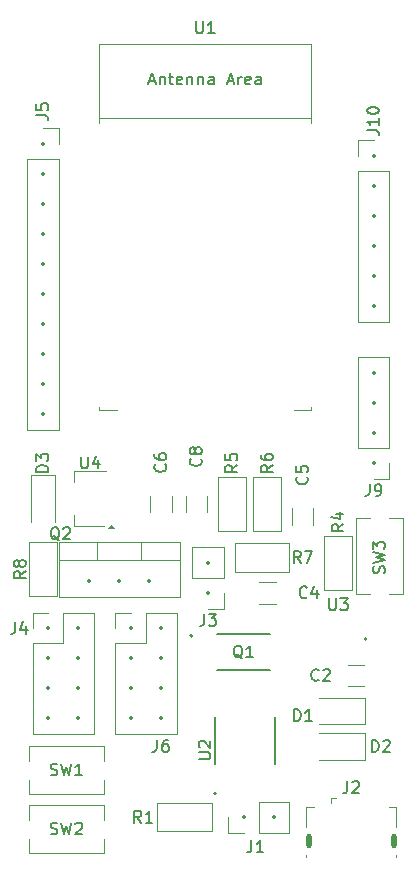
<source format=gto>
%TF.GenerationSoftware,KiCad,Pcbnew,8.0.1*%
%TF.CreationDate,2024-03-25T00:20:22-03:00*%
%TF.ProjectId,estacao_metereologica_lora,65737461-6361-46f5-9f6d-65746572656f,rev?*%
%TF.SameCoordinates,Original*%
%TF.FileFunction,Legend,Top*%
%TF.FilePolarity,Positive*%
%FSLAX46Y46*%
G04 Gerber Fmt 4.6, Leading zero omitted, Abs format (unit mm)*
G04 Created by KiCad (PCBNEW 8.0.1) date 2024-03-25 00:20:22*
%MOMM*%
%LPD*%
G01*
G04 APERTURE LIST*
%ADD10C,0.150000*%
%ADD11C,0.120000*%
%ADD12C,0.200000*%
%ADD13C,0.127000*%
%ADD14C,0.350000*%
%ADD15O,0.450000X1.250000*%
G04 APERTURE END LIST*
D10*
X116359580Y-85166666D02*
X116407200Y-85214285D01*
X116407200Y-85214285D02*
X116454819Y-85357142D01*
X116454819Y-85357142D02*
X116454819Y-85452380D01*
X116454819Y-85452380D02*
X116407200Y-85595237D01*
X116407200Y-85595237D02*
X116311961Y-85690475D01*
X116311961Y-85690475D02*
X116216723Y-85738094D01*
X116216723Y-85738094D02*
X116026247Y-85785713D01*
X116026247Y-85785713D02*
X115883390Y-85785713D01*
X115883390Y-85785713D02*
X115692914Y-85738094D01*
X115692914Y-85738094D02*
X115597676Y-85690475D01*
X115597676Y-85690475D02*
X115502438Y-85595237D01*
X115502438Y-85595237D02*
X115454819Y-85452380D01*
X115454819Y-85452380D02*
X115454819Y-85357142D01*
X115454819Y-85357142D02*
X115502438Y-85214285D01*
X115502438Y-85214285D02*
X115550057Y-85166666D01*
X115454819Y-84261904D02*
X115454819Y-84738094D01*
X115454819Y-84738094D02*
X115931009Y-84785713D01*
X115931009Y-84785713D02*
X115883390Y-84738094D01*
X115883390Y-84738094D02*
X115835771Y-84642856D01*
X115835771Y-84642856D02*
X115835771Y-84404761D01*
X115835771Y-84404761D02*
X115883390Y-84309523D01*
X115883390Y-84309523D02*
X115931009Y-84261904D01*
X115931009Y-84261904D02*
X116026247Y-84214285D01*
X116026247Y-84214285D02*
X116264342Y-84214285D01*
X116264342Y-84214285D02*
X116359580Y-84261904D01*
X116359580Y-84261904D02*
X116407200Y-84309523D01*
X116407200Y-84309523D02*
X116454819Y-84404761D01*
X116454819Y-84404761D02*
X116454819Y-84642856D01*
X116454819Y-84642856D02*
X116407200Y-84738094D01*
X116407200Y-84738094D02*
X116359580Y-84785713D01*
X110454819Y-84166666D02*
X109978628Y-84499999D01*
X110454819Y-84738094D02*
X109454819Y-84738094D01*
X109454819Y-84738094D02*
X109454819Y-84357142D01*
X109454819Y-84357142D02*
X109502438Y-84261904D01*
X109502438Y-84261904D02*
X109550057Y-84214285D01*
X109550057Y-84214285D02*
X109645295Y-84166666D01*
X109645295Y-84166666D02*
X109788152Y-84166666D01*
X109788152Y-84166666D02*
X109883390Y-84214285D01*
X109883390Y-84214285D02*
X109931009Y-84261904D01*
X109931009Y-84261904D02*
X109978628Y-84357142D01*
X109978628Y-84357142D02*
X109978628Y-84738094D01*
X109454819Y-83261904D02*
X109454819Y-83738094D01*
X109454819Y-83738094D02*
X109931009Y-83785713D01*
X109931009Y-83785713D02*
X109883390Y-83738094D01*
X109883390Y-83738094D02*
X109835771Y-83642856D01*
X109835771Y-83642856D02*
X109835771Y-83404761D01*
X109835771Y-83404761D02*
X109883390Y-83309523D01*
X109883390Y-83309523D02*
X109931009Y-83261904D01*
X109931009Y-83261904D02*
X110026247Y-83214285D01*
X110026247Y-83214285D02*
X110264342Y-83214285D01*
X110264342Y-83214285D02*
X110359580Y-83261904D01*
X110359580Y-83261904D02*
X110407200Y-83309523D01*
X110407200Y-83309523D02*
X110454819Y-83404761D01*
X110454819Y-83404761D02*
X110454819Y-83642856D01*
X110454819Y-83642856D02*
X110407200Y-83738094D01*
X110407200Y-83738094D02*
X110359580Y-83785713D01*
X94454819Y-84738094D02*
X93454819Y-84738094D01*
X93454819Y-84738094D02*
X93454819Y-84499999D01*
X93454819Y-84499999D02*
X93502438Y-84357142D01*
X93502438Y-84357142D02*
X93597676Y-84261904D01*
X93597676Y-84261904D02*
X93692914Y-84214285D01*
X93692914Y-84214285D02*
X93883390Y-84166666D01*
X93883390Y-84166666D02*
X94026247Y-84166666D01*
X94026247Y-84166666D02*
X94216723Y-84214285D01*
X94216723Y-84214285D02*
X94311961Y-84261904D01*
X94311961Y-84261904D02*
X94407200Y-84357142D01*
X94407200Y-84357142D02*
X94454819Y-84499999D01*
X94454819Y-84499999D02*
X94454819Y-84738094D01*
X93454819Y-83833332D02*
X93454819Y-83214285D01*
X93454819Y-83214285D02*
X93835771Y-83547618D01*
X93835771Y-83547618D02*
X93835771Y-83404761D01*
X93835771Y-83404761D02*
X93883390Y-83309523D01*
X93883390Y-83309523D02*
X93931009Y-83261904D01*
X93931009Y-83261904D02*
X94026247Y-83214285D01*
X94026247Y-83214285D02*
X94264342Y-83214285D01*
X94264342Y-83214285D02*
X94359580Y-83261904D01*
X94359580Y-83261904D02*
X94407200Y-83309523D01*
X94407200Y-83309523D02*
X94454819Y-83404761D01*
X94454819Y-83404761D02*
X94454819Y-83690475D01*
X94454819Y-83690475D02*
X94407200Y-83785713D01*
X94407200Y-83785713D02*
X94359580Y-83833332D01*
X121861905Y-108454819D02*
X121861905Y-107454819D01*
X121861905Y-107454819D02*
X122100000Y-107454819D01*
X122100000Y-107454819D02*
X122242857Y-107502438D01*
X122242857Y-107502438D02*
X122338095Y-107597676D01*
X122338095Y-107597676D02*
X122385714Y-107692914D01*
X122385714Y-107692914D02*
X122433333Y-107883390D01*
X122433333Y-107883390D02*
X122433333Y-108026247D01*
X122433333Y-108026247D02*
X122385714Y-108216723D01*
X122385714Y-108216723D02*
X122338095Y-108311961D01*
X122338095Y-108311961D02*
X122242857Y-108407200D01*
X122242857Y-108407200D02*
X122100000Y-108454819D01*
X122100000Y-108454819D02*
X121861905Y-108454819D01*
X122814286Y-107550057D02*
X122861905Y-107502438D01*
X122861905Y-107502438D02*
X122957143Y-107454819D01*
X122957143Y-107454819D02*
X123195238Y-107454819D01*
X123195238Y-107454819D02*
X123290476Y-107502438D01*
X123290476Y-107502438D02*
X123338095Y-107550057D01*
X123338095Y-107550057D02*
X123385714Y-107645295D01*
X123385714Y-107645295D02*
X123385714Y-107740533D01*
X123385714Y-107740533D02*
X123338095Y-107883390D01*
X123338095Y-107883390D02*
X122766667Y-108454819D01*
X122766667Y-108454819D02*
X123385714Y-108454819D01*
X102333333Y-114454819D02*
X102000000Y-113978628D01*
X101761905Y-114454819D02*
X101761905Y-113454819D01*
X101761905Y-113454819D02*
X102142857Y-113454819D01*
X102142857Y-113454819D02*
X102238095Y-113502438D01*
X102238095Y-113502438D02*
X102285714Y-113550057D01*
X102285714Y-113550057D02*
X102333333Y-113645295D01*
X102333333Y-113645295D02*
X102333333Y-113788152D01*
X102333333Y-113788152D02*
X102285714Y-113883390D01*
X102285714Y-113883390D02*
X102238095Y-113931009D01*
X102238095Y-113931009D02*
X102142857Y-113978628D01*
X102142857Y-113978628D02*
X101761905Y-113978628D01*
X103285714Y-114454819D02*
X102714286Y-114454819D01*
X103000000Y-114454819D02*
X103000000Y-113454819D01*
X103000000Y-113454819D02*
X102904762Y-113597676D01*
X102904762Y-113597676D02*
X102809524Y-113692914D01*
X102809524Y-113692914D02*
X102714286Y-113740533D01*
X111666666Y-115954819D02*
X111666666Y-116669104D01*
X111666666Y-116669104D02*
X111619047Y-116811961D01*
X111619047Y-116811961D02*
X111523809Y-116907200D01*
X111523809Y-116907200D02*
X111380952Y-116954819D01*
X111380952Y-116954819D02*
X111285714Y-116954819D01*
X112666666Y-116954819D02*
X112095238Y-116954819D01*
X112380952Y-116954819D02*
X112380952Y-115954819D01*
X112380952Y-115954819D02*
X112285714Y-116097676D01*
X112285714Y-116097676D02*
X112190476Y-116192914D01*
X112190476Y-116192914D02*
X112095238Y-116240533D01*
X97238095Y-83454819D02*
X97238095Y-84264342D01*
X97238095Y-84264342D02*
X97285714Y-84359580D01*
X97285714Y-84359580D02*
X97333333Y-84407200D01*
X97333333Y-84407200D02*
X97428571Y-84454819D01*
X97428571Y-84454819D02*
X97619047Y-84454819D01*
X97619047Y-84454819D02*
X97714285Y-84407200D01*
X97714285Y-84407200D02*
X97761904Y-84359580D01*
X97761904Y-84359580D02*
X97809523Y-84264342D01*
X97809523Y-84264342D02*
X97809523Y-83454819D01*
X98714285Y-83788152D02*
X98714285Y-84454819D01*
X98476190Y-83407200D02*
X98238095Y-84121485D01*
X98238095Y-84121485D02*
X98857142Y-84121485D01*
X119791666Y-110954819D02*
X119791666Y-111669104D01*
X119791666Y-111669104D02*
X119744047Y-111811961D01*
X119744047Y-111811961D02*
X119648809Y-111907200D01*
X119648809Y-111907200D02*
X119505952Y-111954819D01*
X119505952Y-111954819D02*
X119410714Y-111954819D01*
X120220238Y-111050057D02*
X120267857Y-111002438D01*
X120267857Y-111002438D02*
X120363095Y-110954819D01*
X120363095Y-110954819D02*
X120601190Y-110954819D01*
X120601190Y-110954819D02*
X120696428Y-111002438D01*
X120696428Y-111002438D02*
X120744047Y-111050057D01*
X120744047Y-111050057D02*
X120791666Y-111145295D01*
X120791666Y-111145295D02*
X120791666Y-111240533D01*
X120791666Y-111240533D02*
X120744047Y-111383390D01*
X120744047Y-111383390D02*
X120172619Y-111954819D01*
X120172619Y-111954819D02*
X120791666Y-111954819D01*
X104359580Y-84116666D02*
X104407200Y-84164285D01*
X104407200Y-84164285D02*
X104454819Y-84307142D01*
X104454819Y-84307142D02*
X104454819Y-84402380D01*
X104454819Y-84402380D02*
X104407200Y-84545237D01*
X104407200Y-84545237D02*
X104311961Y-84640475D01*
X104311961Y-84640475D02*
X104216723Y-84688094D01*
X104216723Y-84688094D02*
X104026247Y-84735713D01*
X104026247Y-84735713D02*
X103883390Y-84735713D01*
X103883390Y-84735713D02*
X103692914Y-84688094D01*
X103692914Y-84688094D02*
X103597676Y-84640475D01*
X103597676Y-84640475D02*
X103502438Y-84545237D01*
X103502438Y-84545237D02*
X103454819Y-84402380D01*
X103454819Y-84402380D02*
X103454819Y-84307142D01*
X103454819Y-84307142D02*
X103502438Y-84164285D01*
X103502438Y-84164285D02*
X103550057Y-84116666D01*
X103454819Y-83259523D02*
X103454819Y-83449999D01*
X103454819Y-83449999D02*
X103502438Y-83545237D01*
X103502438Y-83545237D02*
X103550057Y-83592856D01*
X103550057Y-83592856D02*
X103692914Y-83688094D01*
X103692914Y-83688094D02*
X103883390Y-83735713D01*
X103883390Y-83735713D02*
X104264342Y-83735713D01*
X104264342Y-83735713D02*
X104359580Y-83688094D01*
X104359580Y-83688094D02*
X104407200Y-83640475D01*
X104407200Y-83640475D02*
X104454819Y-83545237D01*
X104454819Y-83545237D02*
X104454819Y-83354761D01*
X104454819Y-83354761D02*
X104407200Y-83259523D01*
X104407200Y-83259523D02*
X104359580Y-83211904D01*
X104359580Y-83211904D02*
X104264342Y-83164285D01*
X104264342Y-83164285D02*
X104026247Y-83164285D01*
X104026247Y-83164285D02*
X103931009Y-83211904D01*
X103931009Y-83211904D02*
X103883390Y-83259523D01*
X103883390Y-83259523D02*
X103835771Y-83354761D01*
X103835771Y-83354761D02*
X103835771Y-83545237D01*
X103835771Y-83545237D02*
X103883390Y-83640475D01*
X103883390Y-83640475D02*
X103931009Y-83688094D01*
X103931009Y-83688094D02*
X104026247Y-83735713D01*
X117358333Y-102359580D02*
X117310714Y-102407200D01*
X117310714Y-102407200D02*
X117167857Y-102454819D01*
X117167857Y-102454819D02*
X117072619Y-102454819D01*
X117072619Y-102454819D02*
X116929762Y-102407200D01*
X116929762Y-102407200D02*
X116834524Y-102311961D01*
X116834524Y-102311961D02*
X116786905Y-102216723D01*
X116786905Y-102216723D02*
X116739286Y-102026247D01*
X116739286Y-102026247D02*
X116739286Y-101883390D01*
X116739286Y-101883390D02*
X116786905Y-101692914D01*
X116786905Y-101692914D02*
X116834524Y-101597676D01*
X116834524Y-101597676D02*
X116929762Y-101502438D01*
X116929762Y-101502438D02*
X117072619Y-101454819D01*
X117072619Y-101454819D02*
X117167857Y-101454819D01*
X117167857Y-101454819D02*
X117310714Y-101502438D01*
X117310714Y-101502438D02*
X117358333Y-101550057D01*
X117739286Y-101550057D02*
X117786905Y-101502438D01*
X117786905Y-101502438D02*
X117882143Y-101454819D01*
X117882143Y-101454819D02*
X118120238Y-101454819D01*
X118120238Y-101454819D02*
X118215476Y-101502438D01*
X118215476Y-101502438D02*
X118263095Y-101550057D01*
X118263095Y-101550057D02*
X118310714Y-101645295D01*
X118310714Y-101645295D02*
X118310714Y-101740533D01*
X118310714Y-101740533D02*
X118263095Y-101883390D01*
X118263095Y-101883390D02*
X117691667Y-102454819D01*
X117691667Y-102454819D02*
X118310714Y-102454819D01*
X95404761Y-90550057D02*
X95309523Y-90502438D01*
X95309523Y-90502438D02*
X95214285Y-90407200D01*
X95214285Y-90407200D02*
X95071428Y-90264342D01*
X95071428Y-90264342D02*
X94976190Y-90216723D01*
X94976190Y-90216723D02*
X94880952Y-90216723D01*
X94928571Y-90454819D02*
X94833333Y-90407200D01*
X94833333Y-90407200D02*
X94738095Y-90311961D01*
X94738095Y-90311961D02*
X94690476Y-90121485D01*
X94690476Y-90121485D02*
X94690476Y-89788152D01*
X94690476Y-89788152D02*
X94738095Y-89597676D01*
X94738095Y-89597676D02*
X94833333Y-89502438D01*
X94833333Y-89502438D02*
X94928571Y-89454819D01*
X94928571Y-89454819D02*
X95119047Y-89454819D01*
X95119047Y-89454819D02*
X95214285Y-89502438D01*
X95214285Y-89502438D02*
X95309523Y-89597676D01*
X95309523Y-89597676D02*
X95357142Y-89788152D01*
X95357142Y-89788152D02*
X95357142Y-90121485D01*
X95357142Y-90121485D02*
X95309523Y-90311961D01*
X95309523Y-90311961D02*
X95214285Y-90407200D01*
X95214285Y-90407200D02*
X95119047Y-90454819D01*
X95119047Y-90454819D02*
X94928571Y-90454819D01*
X95738095Y-89550057D02*
X95785714Y-89502438D01*
X95785714Y-89502438D02*
X95880952Y-89454819D01*
X95880952Y-89454819D02*
X96119047Y-89454819D01*
X96119047Y-89454819D02*
X96214285Y-89502438D01*
X96214285Y-89502438D02*
X96261904Y-89550057D01*
X96261904Y-89550057D02*
X96309523Y-89645295D01*
X96309523Y-89645295D02*
X96309523Y-89740533D01*
X96309523Y-89740533D02*
X96261904Y-89883390D01*
X96261904Y-89883390D02*
X95690476Y-90454819D01*
X95690476Y-90454819D02*
X96309523Y-90454819D01*
X107666666Y-96784819D02*
X107666666Y-97499104D01*
X107666666Y-97499104D02*
X107619047Y-97641961D01*
X107619047Y-97641961D02*
X107523809Y-97737200D01*
X107523809Y-97737200D02*
X107380952Y-97784819D01*
X107380952Y-97784819D02*
X107285714Y-97784819D01*
X108047619Y-96784819D02*
X108666666Y-96784819D01*
X108666666Y-96784819D02*
X108333333Y-97165771D01*
X108333333Y-97165771D02*
X108476190Y-97165771D01*
X108476190Y-97165771D02*
X108571428Y-97213390D01*
X108571428Y-97213390D02*
X108619047Y-97261009D01*
X108619047Y-97261009D02*
X108666666Y-97356247D01*
X108666666Y-97356247D02*
X108666666Y-97594342D01*
X108666666Y-97594342D02*
X108619047Y-97689580D01*
X108619047Y-97689580D02*
X108571428Y-97737200D01*
X108571428Y-97737200D02*
X108476190Y-97784819D01*
X108476190Y-97784819D02*
X108190476Y-97784819D01*
X108190476Y-97784819D02*
X108095238Y-97737200D01*
X108095238Y-97737200D02*
X108047619Y-97689580D01*
X94666667Y-110407200D02*
X94809524Y-110454819D01*
X94809524Y-110454819D02*
X95047619Y-110454819D01*
X95047619Y-110454819D02*
X95142857Y-110407200D01*
X95142857Y-110407200D02*
X95190476Y-110359580D01*
X95190476Y-110359580D02*
X95238095Y-110264342D01*
X95238095Y-110264342D02*
X95238095Y-110169104D01*
X95238095Y-110169104D02*
X95190476Y-110073866D01*
X95190476Y-110073866D02*
X95142857Y-110026247D01*
X95142857Y-110026247D02*
X95047619Y-109978628D01*
X95047619Y-109978628D02*
X94857143Y-109931009D01*
X94857143Y-109931009D02*
X94761905Y-109883390D01*
X94761905Y-109883390D02*
X94714286Y-109835771D01*
X94714286Y-109835771D02*
X94666667Y-109740533D01*
X94666667Y-109740533D02*
X94666667Y-109645295D01*
X94666667Y-109645295D02*
X94714286Y-109550057D01*
X94714286Y-109550057D02*
X94761905Y-109502438D01*
X94761905Y-109502438D02*
X94857143Y-109454819D01*
X94857143Y-109454819D02*
X95095238Y-109454819D01*
X95095238Y-109454819D02*
X95238095Y-109502438D01*
X95571429Y-109454819D02*
X95809524Y-110454819D01*
X95809524Y-110454819D02*
X96000000Y-109740533D01*
X96000000Y-109740533D02*
X96190476Y-110454819D01*
X96190476Y-110454819D02*
X96428572Y-109454819D01*
X97333333Y-110454819D02*
X96761905Y-110454819D01*
X97047619Y-110454819D02*
X97047619Y-109454819D01*
X97047619Y-109454819D02*
X96952381Y-109597676D01*
X96952381Y-109597676D02*
X96857143Y-109692914D01*
X96857143Y-109692914D02*
X96761905Y-109740533D01*
X118238095Y-95454819D02*
X118238095Y-96264342D01*
X118238095Y-96264342D02*
X118285714Y-96359580D01*
X118285714Y-96359580D02*
X118333333Y-96407200D01*
X118333333Y-96407200D02*
X118428571Y-96454819D01*
X118428571Y-96454819D02*
X118619047Y-96454819D01*
X118619047Y-96454819D02*
X118714285Y-96407200D01*
X118714285Y-96407200D02*
X118761904Y-96359580D01*
X118761904Y-96359580D02*
X118809523Y-96264342D01*
X118809523Y-96264342D02*
X118809523Y-95454819D01*
X119190476Y-95454819D02*
X119809523Y-95454819D01*
X119809523Y-95454819D02*
X119476190Y-95835771D01*
X119476190Y-95835771D02*
X119619047Y-95835771D01*
X119619047Y-95835771D02*
X119714285Y-95883390D01*
X119714285Y-95883390D02*
X119761904Y-95931009D01*
X119761904Y-95931009D02*
X119809523Y-96026247D01*
X119809523Y-96026247D02*
X119809523Y-96264342D01*
X119809523Y-96264342D02*
X119761904Y-96359580D01*
X119761904Y-96359580D02*
X119714285Y-96407200D01*
X119714285Y-96407200D02*
X119619047Y-96454819D01*
X119619047Y-96454819D02*
X119333333Y-96454819D01*
X119333333Y-96454819D02*
X119238095Y-96407200D01*
X119238095Y-96407200D02*
X119190476Y-96359580D01*
X107359580Y-83641666D02*
X107407200Y-83689285D01*
X107407200Y-83689285D02*
X107454819Y-83832142D01*
X107454819Y-83832142D02*
X107454819Y-83927380D01*
X107454819Y-83927380D02*
X107407200Y-84070237D01*
X107407200Y-84070237D02*
X107311961Y-84165475D01*
X107311961Y-84165475D02*
X107216723Y-84213094D01*
X107216723Y-84213094D02*
X107026247Y-84260713D01*
X107026247Y-84260713D02*
X106883390Y-84260713D01*
X106883390Y-84260713D02*
X106692914Y-84213094D01*
X106692914Y-84213094D02*
X106597676Y-84165475D01*
X106597676Y-84165475D02*
X106502438Y-84070237D01*
X106502438Y-84070237D02*
X106454819Y-83927380D01*
X106454819Y-83927380D02*
X106454819Y-83832142D01*
X106454819Y-83832142D02*
X106502438Y-83689285D01*
X106502438Y-83689285D02*
X106550057Y-83641666D01*
X106883390Y-83070237D02*
X106835771Y-83165475D01*
X106835771Y-83165475D02*
X106788152Y-83213094D01*
X106788152Y-83213094D02*
X106692914Y-83260713D01*
X106692914Y-83260713D02*
X106645295Y-83260713D01*
X106645295Y-83260713D02*
X106550057Y-83213094D01*
X106550057Y-83213094D02*
X106502438Y-83165475D01*
X106502438Y-83165475D02*
X106454819Y-83070237D01*
X106454819Y-83070237D02*
X106454819Y-82879761D01*
X106454819Y-82879761D02*
X106502438Y-82784523D01*
X106502438Y-82784523D02*
X106550057Y-82736904D01*
X106550057Y-82736904D02*
X106645295Y-82689285D01*
X106645295Y-82689285D02*
X106692914Y-82689285D01*
X106692914Y-82689285D02*
X106788152Y-82736904D01*
X106788152Y-82736904D02*
X106835771Y-82784523D01*
X106835771Y-82784523D02*
X106883390Y-82879761D01*
X106883390Y-82879761D02*
X106883390Y-83070237D01*
X106883390Y-83070237D02*
X106931009Y-83165475D01*
X106931009Y-83165475D02*
X106978628Y-83213094D01*
X106978628Y-83213094D02*
X107073866Y-83260713D01*
X107073866Y-83260713D02*
X107264342Y-83260713D01*
X107264342Y-83260713D02*
X107359580Y-83213094D01*
X107359580Y-83213094D02*
X107407200Y-83165475D01*
X107407200Y-83165475D02*
X107454819Y-83070237D01*
X107454819Y-83070237D02*
X107454819Y-82879761D01*
X107454819Y-82879761D02*
X107407200Y-82784523D01*
X107407200Y-82784523D02*
X107359580Y-82736904D01*
X107359580Y-82736904D02*
X107264342Y-82689285D01*
X107264342Y-82689285D02*
X107073866Y-82689285D01*
X107073866Y-82689285D02*
X106978628Y-82736904D01*
X106978628Y-82736904D02*
X106931009Y-82784523D01*
X106931009Y-82784523D02*
X106883390Y-82879761D01*
X93454819Y-54563333D02*
X94169104Y-54563333D01*
X94169104Y-54563333D02*
X94311961Y-54610952D01*
X94311961Y-54610952D02*
X94407200Y-54706190D01*
X94407200Y-54706190D02*
X94454819Y-54849047D01*
X94454819Y-54849047D02*
X94454819Y-54944285D01*
X93454819Y-53610952D02*
X93454819Y-54087142D01*
X93454819Y-54087142D02*
X93931009Y-54134761D01*
X93931009Y-54134761D02*
X93883390Y-54087142D01*
X93883390Y-54087142D02*
X93835771Y-53991904D01*
X93835771Y-53991904D02*
X93835771Y-53753809D01*
X93835771Y-53753809D02*
X93883390Y-53658571D01*
X93883390Y-53658571D02*
X93931009Y-53610952D01*
X93931009Y-53610952D02*
X94026247Y-53563333D01*
X94026247Y-53563333D02*
X94264342Y-53563333D01*
X94264342Y-53563333D02*
X94359580Y-53610952D01*
X94359580Y-53610952D02*
X94407200Y-53658571D01*
X94407200Y-53658571D02*
X94454819Y-53753809D01*
X94454819Y-53753809D02*
X94454819Y-53991904D01*
X94454819Y-53991904D02*
X94407200Y-54087142D01*
X94407200Y-54087142D02*
X94359580Y-54134761D01*
X115261905Y-105854819D02*
X115261905Y-104854819D01*
X115261905Y-104854819D02*
X115500000Y-104854819D01*
X115500000Y-104854819D02*
X115642857Y-104902438D01*
X115642857Y-104902438D02*
X115738095Y-104997676D01*
X115738095Y-104997676D02*
X115785714Y-105092914D01*
X115785714Y-105092914D02*
X115833333Y-105283390D01*
X115833333Y-105283390D02*
X115833333Y-105426247D01*
X115833333Y-105426247D02*
X115785714Y-105616723D01*
X115785714Y-105616723D02*
X115738095Y-105711961D01*
X115738095Y-105711961D02*
X115642857Y-105807200D01*
X115642857Y-105807200D02*
X115500000Y-105854819D01*
X115500000Y-105854819D02*
X115261905Y-105854819D01*
X116785714Y-105854819D02*
X116214286Y-105854819D01*
X116500000Y-105854819D02*
X116500000Y-104854819D01*
X116500000Y-104854819D02*
X116404762Y-104997676D01*
X116404762Y-104997676D02*
X116309524Y-105092914D01*
X116309524Y-105092914D02*
X116214286Y-105140533D01*
X116358333Y-95359580D02*
X116310714Y-95407200D01*
X116310714Y-95407200D02*
X116167857Y-95454819D01*
X116167857Y-95454819D02*
X116072619Y-95454819D01*
X116072619Y-95454819D02*
X115929762Y-95407200D01*
X115929762Y-95407200D02*
X115834524Y-95311961D01*
X115834524Y-95311961D02*
X115786905Y-95216723D01*
X115786905Y-95216723D02*
X115739286Y-95026247D01*
X115739286Y-95026247D02*
X115739286Y-94883390D01*
X115739286Y-94883390D02*
X115786905Y-94692914D01*
X115786905Y-94692914D02*
X115834524Y-94597676D01*
X115834524Y-94597676D02*
X115929762Y-94502438D01*
X115929762Y-94502438D02*
X116072619Y-94454819D01*
X116072619Y-94454819D02*
X116167857Y-94454819D01*
X116167857Y-94454819D02*
X116310714Y-94502438D01*
X116310714Y-94502438D02*
X116358333Y-94550057D01*
X117215476Y-94788152D02*
X117215476Y-95454819D01*
X116977381Y-94407200D02*
X116739286Y-95121485D01*
X116739286Y-95121485D02*
X117358333Y-95121485D01*
X107187819Y-109081904D02*
X107997342Y-109081904D01*
X107997342Y-109081904D02*
X108092580Y-109034285D01*
X108092580Y-109034285D02*
X108140200Y-108986666D01*
X108140200Y-108986666D02*
X108187819Y-108891428D01*
X108187819Y-108891428D02*
X108187819Y-108700952D01*
X108187819Y-108700952D02*
X108140200Y-108605714D01*
X108140200Y-108605714D02*
X108092580Y-108558095D01*
X108092580Y-108558095D02*
X107997342Y-108510476D01*
X107997342Y-108510476D02*
X107187819Y-108510476D01*
X107283057Y-108081904D02*
X107235438Y-108034285D01*
X107235438Y-108034285D02*
X107187819Y-107939047D01*
X107187819Y-107939047D02*
X107187819Y-107700952D01*
X107187819Y-107700952D02*
X107235438Y-107605714D01*
X107235438Y-107605714D02*
X107283057Y-107558095D01*
X107283057Y-107558095D02*
X107378295Y-107510476D01*
X107378295Y-107510476D02*
X107473533Y-107510476D01*
X107473533Y-107510476D02*
X107616390Y-107558095D01*
X107616390Y-107558095D02*
X108187819Y-108129523D01*
X108187819Y-108129523D02*
X108187819Y-107510476D01*
X110904761Y-100550057D02*
X110809523Y-100502438D01*
X110809523Y-100502438D02*
X110714285Y-100407200D01*
X110714285Y-100407200D02*
X110571428Y-100264342D01*
X110571428Y-100264342D02*
X110476190Y-100216723D01*
X110476190Y-100216723D02*
X110380952Y-100216723D01*
X110428571Y-100454819D02*
X110333333Y-100407200D01*
X110333333Y-100407200D02*
X110238095Y-100311961D01*
X110238095Y-100311961D02*
X110190476Y-100121485D01*
X110190476Y-100121485D02*
X110190476Y-99788152D01*
X110190476Y-99788152D02*
X110238095Y-99597676D01*
X110238095Y-99597676D02*
X110333333Y-99502438D01*
X110333333Y-99502438D02*
X110428571Y-99454819D01*
X110428571Y-99454819D02*
X110619047Y-99454819D01*
X110619047Y-99454819D02*
X110714285Y-99502438D01*
X110714285Y-99502438D02*
X110809523Y-99597676D01*
X110809523Y-99597676D02*
X110857142Y-99788152D01*
X110857142Y-99788152D02*
X110857142Y-100121485D01*
X110857142Y-100121485D02*
X110809523Y-100311961D01*
X110809523Y-100311961D02*
X110714285Y-100407200D01*
X110714285Y-100407200D02*
X110619047Y-100454819D01*
X110619047Y-100454819D02*
X110428571Y-100454819D01*
X111809523Y-100454819D02*
X111238095Y-100454819D01*
X111523809Y-100454819D02*
X111523809Y-99454819D01*
X111523809Y-99454819D02*
X111428571Y-99597676D01*
X111428571Y-99597676D02*
X111333333Y-99692914D01*
X111333333Y-99692914D02*
X111238095Y-99740533D01*
X103666666Y-107454819D02*
X103666666Y-108169104D01*
X103666666Y-108169104D02*
X103619047Y-108311961D01*
X103619047Y-108311961D02*
X103523809Y-108407200D01*
X103523809Y-108407200D02*
X103380952Y-108454819D01*
X103380952Y-108454819D02*
X103285714Y-108454819D01*
X104571428Y-107454819D02*
X104380952Y-107454819D01*
X104380952Y-107454819D02*
X104285714Y-107502438D01*
X104285714Y-107502438D02*
X104238095Y-107550057D01*
X104238095Y-107550057D02*
X104142857Y-107692914D01*
X104142857Y-107692914D02*
X104095238Y-107883390D01*
X104095238Y-107883390D02*
X104095238Y-108264342D01*
X104095238Y-108264342D02*
X104142857Y-108359580D01*
X104142857Y-108359580D02*
X104190476Y-108407200D01*
X104190476Y-108407200D02*
X104285714Y-108454819D01*
X104285714Y-108454819D02*
X104476190Y-108454819D01*
X104476190Y-108454819D02*
X104571428Y-108407200D01*
X104571428Y-108407200D02*
X104619047Y-108359580D01*
X104619047Y-108359580D02*
X104666666Y-108264342D01*
X104666666Y-108264342D02*
X104666666Y-108026247D01*
X104666666Y-108026247D02*
X104619047Y-107931009D01*
X104619047Y-107931009D02*
X104571428Y-107883390D01*
X104571428Y-107883390D02*
X104476190Y-107835771D01*
X104476190Y-107835771D02*
X104285714Y-107835771D01*
X104285714Y-107835771D02*
X104190476Y-107883390D01*
X104190476Y-107883390D02*
X104142857Y-107931009D01*
X104142857Y-107931009D02*
X104095238Y-108026247D01*
X113454819Y-84166666D02*
X112978628Y-84499999D01*
X113454819Y-84738094D02*
X112454819Y-84738094D01*
X112454819Y-84738094D02*
X112454819Y-84357142D01*
X112454819Y-84357142D02*
X112502438Y-84261904D01*
X112502438Y-84261904D02*
X112550057Y-84214285D01*
X112550057Y-84214285D02*
X112645295Y-84166666D01*
X112645295Y-84166666D02*
X112788152Y-84166666D01*
X112788152Y-84166666D02*
X112883390Y-84214285D01*
X112883390Y-84214285D02*
X112931009Y-84261904D01*
X112931009Y-84261904D02*
X112978628Y-84357142D01*
X112978628Y-84357142D02*
X112978628Y-84738094D01*
X112454819Y-83309523D02*
X112454819Y-83499999D01*
X112454819Y-83499999D02*
X112502438Y-83595237D01*
X112502438Y-83595237D02*
X112550057Y-83642856D01*
X112550057Y-83642856D02*
X112692914Y-83738094D01*
X112692914Y-83738094D02*
X112883390Y-83785713D01*
X112883390Y-83785713D02*
X113264342Y-83785713D01*
X113264342Y-83785713D02*
X113359580Y-83738094D01*
X113359580Y-83738094D02*
X113407200Y-83690475D01*
X113407200Y-83690475D02*
X113454819Y-83595237D01*
X113454819Y-83595237D02*
X113454819Y-83404761D01*
X113454819Y-83404761D02*
X113407200Y-83309523D01*
X113407200Y-83309523D02*
X113359580Y-83261904D01*
X113359580Y-83261904D02*
X113264342Y-83214285D01*
X113264342Y-83214285D02*
X113026247Y-83214285D01*
X113026247Y-83214285D02*
X112931009Y-83261904D01*
X112931009Y-83261904D02*
X112883390Y-83309523D01*
X112883390Y-83309523D02*
X112835771Y-83404761D01*
X112835771Y-83404761D02*
X112835771Y-83595237D01*
X112835771Y-83595237D02*
X112883390Y-83690475D01*
X112883390Y-83690475D02*
X112931009Y-83738094D01*
X112931009Y-83738094D02*
X113026247Y-83785713D01*
X121454819Y-55809523D02*
X122169104Y-55809523D01*
X122169104Y-55809523D02*
X122311961Y-55857142D01*
X122311961Y-55857142D02*
X122407200Y-55952380D01*
X122407200Y-55952380D02*
X122454819Y-56095237D01*
X122454819Y-56095237D02*
X122454819Y-56190475D01*
X122454819Y-54809523D02*
X122454819Y-55380951D01*
X122454819Y-55095237D02*
X121454819Y-55095237D01*
X121454819Y-55095237D02*
X121597676Y-55190475D01*
X121597676Y-55190475D02*
X121692914Y-55285713D01*
X121692914Y-55285713D02*
X121740533Y-55380951D01*
X121454819Y-54190475D02*
X121454819Y-54095237D01*
X121454819Y-54095237D02*
X121502438Y-53999999D01*
X121502438Y-53999999D02*
X121550057Y-53952380D01*
X121550057Y-53952380D02*
X121645295Y-53904761D01*
X121645295Y-53904761D02*
X121835771Y-53857142D01*
X121835771Y-53857142D02*
X122073866Y-53857142D01*
X122073866Y-53857142D02*
X122264342Y-53904761D01*
X122264342Y-53904761D02*
X122359580Y-53952380D01*
X122359580Y-53952380D02*
X122407200Y-53999999D01*
X122407200Y-53999999D02*
X122454819Y-54095237D01*
X122454819Y-54095237D02*
X122454819Y-54190475D01*
X122454819Y-54190475D02*
X122407200Y-54285713D01*
X122407200Y-54285713D02*
X122359580Y-54333332D01*
X122359580Y-54333332D02*
X122264342Y-54380951D01*
X122264342Y-54380951D02*
X122073866Y-54428570D01*
X122073866Y-54428570D02*
X121835771Y-54428570D01*
X121835771Y-54428570D02*
X121645295Y-54380951D01*
X121645295Y-54380951D02*
X121550057Y-54333332D01*
X121550057Y-54333332D02*
X121502438Y-54285713D01*
X121502438Y-54285713D02*
X121454819Y-54190475D01*
X122907200Y-93333332D02*
X122954819Y-93190475D01*
X122954819Y-93190475D02*
X122954819Y-92952380D01*
X122954819Y-92952380D02*
X122907200Y-92857142D01*
X122907200Y-92857142D02*
X122859580Y-92809523D01*
X122859580Y-92809523D02*
X122764342Y-92761904D01*
X122764342Y-92761904D02*
X122669104Y-92761904D01*
X122669104Y-92761904D02*
X122573866Y-92809523D01*
X122573866Y-92809523D02*
X122526247Y-92857142D01*
X122526247Y-92857142D02*
X122478628Y-92952380D01*
X122478628Y-92952380D02*
X122431009Y-93142856D01*
X122431009Y-93142856D02*
X122383390Y-93238094D01*
X122383390Y-93238094D02*
X122335771Y-93285713D01*
X122335771Y-93285713D02*
X122240533Y-93333332D01*
X122240533Y-93333332D02*
X122145295Y-93333332D01*
X122145295Y-93333332D02*
X122050057Y-93285713D01*
X122050057Y-93285713D02*
X122002438Y-93238094D01*
X122002438Y-93238094D02*
X121954819Y-93142856D01*
X121954819Y-93142856D02*
X121954819Y-92904761D01*
X121954819Y-92904761D02*
X122002438Y-92761904D01*
X121954819Y-92428570D02*
X122954819Y-92190475D01*
X122954819Y-92190475D02*
X122240533Y-91999999D01*
X122240533Y-91999999D02*
X122954819Y-91809523D01*
X122954819Y-91809523D02*
X121954819Y-91571428D01*
X121954819Y-91285713D02*
X121954819Y-90666666D01*
X121954819Y-90666666D02*
X122335771Y-90999999D01*
X122335771Y-90999999D02*
X122335771Y-90857142D01*
X122335771Y-90857142D02*
X122383390Y-90761904D01*
X122383390Y-90761904D02*
X122431009Y-90714285D01*
X122431009Y-90714285D02*
X122526247Y-90666666D01*
X122526247Y-90666666D02*
X122764342Y-90666666D01*
X122764342Y-90666666D02*
X122859580Y-90714285D01*
X122859580Y-90714285D02*
X122907200Y-90761904D01*
X122907200Y-90761904D02*
X122954819Y-90857142D01*
X122954819Y-90857142D02*
X122954819Y-91142856D01*
X122954819Y-91142856D02*
X122907200Y-91238094D01*
X122907200Y-91238094D02*
X122859580Y-91285713D01*
X106988095Y-46604819D02*
X106988095Y-47414342D01*
X106988095Y-47414342D02*
X107035714Y-47509580D01*
X107035714Y-47509580D02*
X107083333Y-47557200D01*
X107083333Y-47557200D02*
X107178571Y-47604819D01*
X107178571Y-47604819D02*
X107369047Y-47604819D01*
X107369047Y-47604819D02*
X107464285Y-47557200D01*
X107464285Y-47557200D02*
X107511904Y-47509580D01*
X107511904Y-47509580D02*
X107559523Y-47414342D01*
X107559523Y-47414342D02*
X107559523Y-46604819D01*
X108559523Y-47604819D02*
X107988095Y-47604819D01*
X108273809Y-47604819D02*
X108273809Y-46604819D01*
X108273809Y-46604819D02*
X108178571Y-46747676D01*
X108178571Y-46747676D02*
X108083333Y-46842914D01*
X108083333Y-46842914D02*
X107988095Y-46890533D01*
X102988094Y-51669104D02*
X103464284Y-51669104D01*
X102892856Y-51954819D02*
X103226189Y-50954819D01*
X103226189Y-50954819D02*
X103559522Y-51954819D01*
X103892856Y-51288152D02*
X103892856Y-51954819D01*
X103892856Y-51383390D02*
X103940475Y-51335771D01*
X103940475Y-51335771D02*
X104035713Y-51288152D01*
X104035713Y-51288152D02*
X104178570Y-51288152D01*
X104178570Y-51288152D02*
X104273808Y-51335771D01*
X104273808Y-51335771D02*
X104321427Y-51431009D01*
X104321427Y-51431009D02*
X104321427Y-51954819D01*
X104654761Y-51288152D02*
X105035713Y-51288152D01*
X104797618Y-50954819D02*
X104797618Y-51811961D01*
X104797618Y-51811961D02*
X104845237Y-51907200D01*
X104845237Y-51907200D02*
X104940475Y-51954819D01*
X104940475Y-51954819D02*
X105035713Y-51954819D01*
X105749999Y-51907200D02*
X105654761Y-51954819D01*
X105654761Y-51954819D02*
X105464285Y-51954819D01*
X105464285Y-51954819D02*
X105369047Y-51907200D01*
X105369047Y-51907200D02*
X105321428Y-51811961D01*
X105321428Y-51811961D02*
X105321428Y-51431009D01*
X105321428Y-51431009D02*
X105369047Y-51335771D01*
X105369047Y-51335771D02*
X105464285Y-51288152D01*
X105464285Y-51288152D02*
X105654761Y-51288152D01*
X105654761Y-51288152D02*
X105749999Y-51335771D01*
X105749999Y-51335771D02*
X105797618Y-51431009D01*
X105797618Y-51431009D02*
X105797618Y-51526247D01*
X105797618Y-51526247D02*
X105321428Y-51621485D01*
X106226190Y-51288152D02*
X106226190Y-51954819D01*
X106226190Y-51383390D02*
X106273809Y-51335771D01*
X106273809Y-51335771D02*
X106369047Y-51288152D01*
X106369047Y-51288152D02*
X106511904Y-51288152D01*
X106511904Y-51288152D02*
X106607142Y-51335771D01*
X106607142Y-51335771D02*
X106654761Y-51431009D01*
X106654761Y-51431009D02*
X106654761Y-51954819D01*
X107130952Y-51288152D02*
X107130952Y-51954819D01*
X107130952Y-51383390D02*
X107178571Y-51335771D01*
X107178571Y-51335771D02*
X107273809Y-51288152D01*
X107273809Y-51288152D02*
X107416666Y-51288152D01*
X107416666Y-51288152D02*
X107511904Y-51335771D01*
X107511904Y-51335771D02*
X107559523Y-51431009D01*
X107559523Y-51431009D02*
X107559523Y-51954819D01*
X108464285Y-51954819D02*
X108464285Y-51431009D01*
X108464285Y-51431009D02*
X108416666Y-51335771D01*
X108416666Y-51335771D02*
X108321428Y-51288152D01*
X108321428Y-51288152D02*
X108130952Y-51288152D01*
X108130952Y-51288152D02*
X108035714Y-51335771D01*
X108464285Y-51907200D02*
X108369047Y-51954819D01*
X108369047Y-51954819D02*
X108130952Y-51954819D01*
X108130952Y-51954819D02*
X108035714Y-51907200D01*
X108035714Y-51907200D02*
X107988095Y-51811961D01*
X107988095Y-51811961D02*
X107988095Y-51716723D01*
X107988095Y-51716723D02*
X108035714Y-51621485D01*
X108035714Y-51621485D02*
X108130952Y-51573866D01*
X108130952Y-51573866D02*
X108369047Y-51573866D01*
X108369047Y-51573866D02*
X108464285Y-51526247D01*
X109654762Y-51669104D02*
X110130952Y-51669104D01*
X109559524Y-51954819D02*
X109892857Y-50954819D01*
X109892857Y-50954819D02*
X110226190Y-51954819D01*
X110559524Y-51954819D02*
X110559524Y-51288152D01*
X110559524Y-51478628D02*
X110607143Y-51383390D01*
X110607143Y-51383390D02*
X110654762Y-51335771D01*
X110654762Y-51335771D02*
X110750000Y-51288152D01*
X110750000Y-51288152D02*
X110845238Y-51288152D01*
X111559524Y-51907200D02*
X111464286Y-51954819D01*
X111464286Y-51954819D02*
X111273810Y-51954819D01*
X111273810Y-51954819D02*
X111178572Y-51907200D01*
X111178572Y-51907200D02*
X111130953Y-51811961D01*
X111130953Y-51811961D02*
X111130953Y-51431009D01*
X111130953Y-51431009D02*
X111178572Y-51335771D01*
X111178572Y-51335771D02*
X111273810Y-51288152D01*
X111273810Y-51288152D02*
X111464286Y-51288152D01*
X111464286Y-51288152D02*
X111559524Y-51335771D01*
X111559524Y-51335771D02*
X111607143Y-51431009D01*
X111607143Y-51431009D02*
X111607143Y-51526247D01*
X111607143Y-51526247D02*
X111130953Y-51621485D01*
X112464286Y-51954819D02*
X112464286Y-51431009D01*
X112464286Y-51431009D02*
X112416667Y-51335771D01*
X112416667Y-51335771D02*
X112321429Y-51288152D01*
X112321429Y-51288152D02*
X112130953Y-51288152D01*
X112130953Y-51288152D02*
X112035715Y-51335771D01*
X112464286Y-51907200D02*
X112369048Y-51954819D01*
X112369048Y-51954819D02*
X112130953Y-51954819D01*
X112130953Y-51954819D02*
X112035715Y-51907200D01*
X112035715Y-51907200D02*
X111988096Y-51811961D01*
X111988096Y-51811961D02*
X111988096Y-51716723D01*
X111988096Y-51716723D02*
X112035715Y-51621485D01*
X112035715Y-51621485D02*
X112130953Y-51573866D01*
X112130953Y-51573866D02*
X112369048Y-51573866D01*
X112369048Y-51573866D02*
X112464286Y-51526247D01*
X92549819Y-93166666D02*
X92073628Y-93499999D01*
X92549819Y-93738094D02*
X91549819Y-93738094D01*
X91549819Y-93738094D02*
X91549819Y-93357142D01*
X91549819Y-93357142D02*
X91597438Y-93261904D01*
X91597438Y-93261904D02*
X91645057Y-93214285D01*
X91645057Y-93214285D02*
X91740295Y-93166666D01*
X91740295Y-93166666D02*
X91883152Y-93166666D01*
X91883152Y-93166666D02*
X91978390Y-93214285D01*
X91978390Y-93214285D02*
X92026009Y-93261904D01*
X92026009Y-93261904D02*
X92073628Y-93357142D01*
X92073628Y-93357142D02*
X92073628Y-93738094D01*
X91978390Y-92595237D02*
X91930771Y-92690475D01*
X91930771Y-92690475D02*
X91883152Y-92738094D01*
X91883152Y-92738094D02*
X91787914Y-92785713D01*
X91787914Y-92785713D02*
X91740295Y-92785713D01*
X91740295Y-92785713D02*
X91645057Y-92738094D01*
X91645057Y-92738094D02*
X91597438Y-92690475D01*
X91597438Y-92690475D02*
X91549819Y-92595237D01*
X91549819Y-92595237D02*
X91549819Y-92404761D01*
X91549819Y-92404761D02*
X91597438Y-92309523D01*
X91597438Y-92309523D02*
X91645057Y-92261904D01*
X91645057Y-92261904D02*
X91740295Y-92214285D01*
X91740295Y-92214285D02*
X91787914Y-92214285D01*
X91787914Y-92214285D02*
X91883152Y-92261904D01*
X91883152Y-92261904D02*
X91930771Y-92309523D01*
X91930771Y-92309523D02*
X91978390Y-92404761D01*
X91978390Y-92404761D02*
X91978390Y-92595237D01*
X91978390Y-92595237D02*
X92026009Y-92690475D01*
X92026009Y-92690475D02*
X92073628Y-92738094D01*
X92073628Y-92738094D02*
X92168866Y-92785713D01*
X92168866Y-92785713D02*
X92359342Y-92785713D01*
X92359342Y-92785713D02*
X92454580Y-92738094D01*
X92454580Y-92738094D02*
X92502200Y-92690475D01*
X92502200Y-92690475D02*
X92549819Y-92595237D01*
X92549819Y-92595237D02*
X92549819Y-92404761D01*
X92549819Y-92404761D02*
X92502200Y-92309523D01*
X92502200Y-92309523D02*
X92454580Y-92261904D01*
X92454580Y-92261904D02*
X92359342Y-92214285D01*
X92359342Y-92214285D02*
X92168866Y-92214285D01*
X92168866Y-92214285D02*
X92073628Y-92261904D01*
X92073628Y-92261904D02*
X92026009Y-92309523D01*
X92026009Y-92309523D02*
X91978390Y-92404761D01*
X91666666Y-97454819D02*
X91666666Y-98169104D01*
X91666666Y-98169104D02*
X91619047Y-98311961D01*
X91619047Y-98311961D02*
X91523809Y-98407200D01*
X91523809Y-98407200D02*
X91380952Y-98454819D01*
X91380952Y-98454819D02*
X91285714Y-98454819D01*
X92571428Y-97788152D02*
X92571428Y-98454819D01*
X92333333Y-97407200D02*
X92095238Y-98121485D01*
X92095238Y-98121485D02*
X92714285Y-98121485D01*
X115833333Y-92454819D02*
X115500000Y-91978628D01*
X115261905Y-92454819D02*
X115261905Y-91454819D01*
X115261905Y-91454819D02*
X115642857Y-91454819D01*
X115642857Y-91454819D02*
X115738095Y-91502438D01*
X115738095Y-91502438D02*
X115785714Y-91550057D01*
X115785714Y-91550057D02*
X115833333Y-91645295D01*
X115833333Y-91645295D02*
X115833333Y-91788152D01*
X115833333Y-91788152D02*
X115785714Y-91883390D01*
X115785714Y-91883390D02*
X115738095Y-91931009D01*
X115738095Y-91931009D02*
X115642857Y-91978628D01*
X115642857Y-91978628D02*
X115261905Y-91978628D01*
X116166667Y-91454819D02*
X116833333Y-91454819D01*
X116833333Y-91454819D02*
X116404762Y-92454819D01*
X119454819Y-89166666D02*
X118978628Y-89499999D01*
X119454819Y-89738094D02*
X118454819Y-89738094D01*
X118454819Y-89738094D02*
X118454819Y-89357142D01*
X118454819Y-89357142D02*
X118502438Y-89261904D01*
X118502438Y-89261904D02*
X118550057Y-89214285D01*
X118550057Y-89214285D02*
X118645295Y-89166666D01*
X118645295Y-89166666D02*
X118788152Y-89166666D01*
X118788152Y-89166666D02*
X118883390Y-89214285D01*
X118883390Y-89214285D02*
X118931009Y-89261904D01*
X118931009Y-89261904D02*
X118978628Y-89357142D01*
X118978628Y-89357142D02*
X118978628Y-89738094D01*
X118788152Y-88309523D02*
X119454819Y-88309523D01*
X118407200Y-88547618D02*
X119121485Y-88785713D01*
X119121485Y-88785713D02*
X119121485Y-88166666D01*
X94666667Y-115407200D02*
X94809524Y-115454819D01*
X94809524Y-115454819D02*
X95047619Y-115454819D01*
X95047619Y-115454819D02*
X95142857Y-115407200D01*
X95142857Y-115407200D02*
X95190476Y-115359580D01*
X95190476Y-115359580D02*
X95238095Y-115264342D01*
X95238095Y-115264342D02*
X95238095Y-115169104D01*
X95238095Y-115169104D02*
X95190476Y-115073866D01*
X95190476Y-115073866D02*
X95142857Y-115026247D01*
X95142857Y-115026247D02*
X95047619Y-114978628D01*
X95047619Y-114978628D02*
X94857143Y-114931009D01*
X94857143Y-114931009D02*
X94761905Y-114883390D01*
X94761905Y-114883390D02*
X94714286Y-114835771D01*
X94714286Y-114835771D02*
X94666667Y-114740533D01*
X94666667Y-114740533D02*
X94666667Y-114645295D01*
X94666667Y-114645295D02*
X94714286Y-114550057D01*
X94714286Y-114550057D02*
X94761905Y-114502438D01*
X94761905Y-114502438D02*
X94857143Y-114454819D01*
X94857143Y-114454819D02*
X95095238Y-114454819D01*
X95095238Y-114454819D02*
X95238095Y-114502438D01*
X95571429Y-114454819D02*
X95809524Y-115454819D01*
X95809524Y-115454819D02*
X96000000Y-114740533D01*
X96000000Y-114740533D02*
X96190476Y-115454819D01*
X96190476Y-115454819D02*
X96428572Y-114454819D01*
X96761905Y-114550057D02*
X96809524Y-114502438D01*
X96809524Y-114502438D02*
X96904762Y-114454819D01*
X96904762Y-114454819D02*
X97142857Y-114454819D01*
X97142857Y-114454819D02*
X97238095Y-114502438D01*
X97238095Y-114502438D02*
X97285714Y-114550057D01*
X97285714Y-114550057D02*
X97333333Y-114645295D01*
X97333333Y-114645295D02*
X97333333Y-114740533D01*
X97333333Y-114740533D02*
X97285714Y-114883390D01*
X97285714Y-114883390D02*
X96714286Y-115454819D01*
X96714286Y-115454819D02*
X97333333Y-115454819D01*
X121666666Y-85784819D02*
X121666666Y-86499104D01*
X121666666Y-86499104D02*
X121619047Y-86641961D01*
X121619047Y-86641961D02*
X121523809Y-86737200D01*
X121523809Y-86737200D02*
X121380952Y-86784819D01*
X121380952Y-86784819D02*
X121285714Y-86784819D01*
X122190476Y-86784819D02*
X122380952Y-86784819D01*
X122380952Y-86784819D02*
X122476190Y-86737200D01*
X122476190Y-86737200D02*
X122523809Y-86689580D01*
X122523809Y-86689580D02*
X122619047Y-86546723D01*
X122619047Y-86546723D02*
X122666666Y-86356247D01*
X122666666Y-86356247D02*
X122666666Y-85975295D01*
X122666666Y-85975295D02*
X122619047Y-85880057D01*
X122619047Y-85880057D02*
X122571428Y-85832438D01*
X122571428Y-85832438D02*
X122476190Y-85784819D01*
X122476190Y-85784819D02*
X122285714Y-85784819D01*
X122285714Y-85784819D02*
X122190476Y-85832438D01*
X122190476Y-85832438D02*
X122142857Y-85880057D01*
X122142857Y-85880057D02*
X122095238Y-85975295D01*
X122095238Y-85975295D02*
X122095238Y-86213390D01*
X122095238Y-86213390D02*
X122142857Y-86308628D01*
X122142857Y-86308628D02*
X122190476Y-86356247D01*
X122190476Y-86356247D02*
X122285714Y-86403866D01*
X122285714Y-86403866D02*
X122476190Y-86403866D01*
X122476190Y-86403866D02*
X122571428Y-86356247D01*
X122571428Y-86356247D02*
X122619047Y-86308628D01*
X122619047Y-86308628D02*
X122666666Y-86213390D01*
D11*
%TO.C,C5*%
X115090000Y-89236252D02*
X115090000Y-87813748D01*
X116910000Y-89236252D02*
X116910000Y-87813748D01*
%TO.C,R5*%
X108800000Y-85162500D02*
X108800000Y-89762500D01*
X108800000Y-89762500D02*
X111200000Y-89762500D01*
X111200000Y-85162500D02*
X108800000Y-85162500D01*
X111200000Y-89762500D02*
X111200000Y-85162500D01*
%TO.C,D3*%
X93000000Y-84990000D02*
X93000000Y-89000000D01*
X95000000Y-84990000D02*
X93000000Y-84990000D01*
X95000000Y-84990000D02*
X95000000Y-89000000D01*
%TO.C,D2*%
X117400000Y-109135000D02*
X121285000Y-109135000D01*
X121285000Y-106865000D02*
X117400000Y-106865000D01*
X121285000Y-109135000D02*
X121285000Y-106865000D01*
%TO.C,R1*%
X108300000Y-115200000D02*
X108300000Y-112800000D01*
X108300000Y-112800000D02*
X103700000Y-112800000D01*
X103700000Y-115200000D02*
X108300000Y-115200000D01*
X103700000Y-112800000D02*
X103700000Y-115200000D01*
%TO.C,J1*%
X109670000Y-115330000D02*
X109670000Y-114000000D01*
X111000000Y-115330000D02*
X109670000Y-115330000D01*
X112270000Y-112670000D02*
X114870000Y-112670000D01*
X112270000Y-115330000D02*
X112270000Y-112670000D01*
X112270000Y-115330000D02*
X114870000Y-115330000D01*
X114870000Y-115330000D02*
X114870000Y-112670000D01*
%TO.C,U4*%
X96640000Y-84640000D02*
X99360000Y-84640000D01*
X96640000Y-85620000D02*
X96640000Y-84640000D01*
X96640000Y-88380000D02*
X96640000Y-89360000D01*
X99220000Y-89360000D02*
X96640000Y-89360000D01*
X100010000Y-89540000D02*
X99530000Y-89540000D01*
X99770000Y-89210000D01*
X100010000Y-89540000D01*
G36*
X100010000Y-89540000D02*
G01*
X99530000Y-89540000D01*
X99770000Y-89210000D01*
X100010000Y-89540000D01*
G37*
%TO.C,J2*%
X116315000Y-113090000D02*
X116975000Y-113090000D01*
X116315000Y-114820000D02*
X116315000Y-113090000D01*
X116315000Y-117390000D02*
X116315000Y-117180000D01*
X118365000Y-112390000D02*
X118365000Y-112780000D01*
X118365000Y-112390000D02*
X118815000Y-112390000D01*
X123935000Y-113090000D02*
X123285000Y-113090000D01*
X123935000Y-114820000D02*
X123935000Y-113090000D01*
X123935000Y-117390000D02*
X123935000Y-117180000D01*
%TO.C,C6*%
X103090000Y-86763748D02*
X103090000Y-88186252D01*
X104910000Y-86763748D02*
X104910000Y-88186252D01*
%TO.C,C2*%
X119813748Y-101090000D02*
X121236252Y-101090000D01*
X119813748Y-102910000D02*
X121236252Y-102910000D01*
%TO.C,Q2*%
X95340000Y-90730000D02*
X95340000Y-95371000D01*
X95340000Y-90730000D02*
X105580000Y-90730000D01*
X95340000Y-92240000D02*
X105580000Y-92240000D01*
X95340000Y-95371000D02*
X105580000Y-95371000D01*
X98610000Y-90730000D02*
X98610000Y-92240000D01*
X102311000Y-90730000D02*
X102311000Y-92240000D01*
X105580000Y-90730000D02*
X105580000Y-95371000D01*
%TO.C,J3*%
X106670000Y-93730000D02*
X106670000Y-91130000D01*
X109330000Y-91130000D02*
X106670000Y-91130000D01*
X109330000Y-93730000D02*
X106670000Y-93730000D01*
X109330000Y-93730000D02*
X109330000Y-91130000D01*
X109330000Y-95000000D02*
X109330000Y-96330000D01*
X109330000Y-96330000D02*
X108000000Y-96330000D01*
%TO.C,SW1*%
X92800000Y-108000000D02*
X92800000Y-109200000D01*
X92800000Y-110800000D02*
X92800000Y-112000000D01*
X92800000Y-112000000D02*
X99200000Y-112000000D01*
X99200000Y-108000000D02*
X92800000Y-108000000D01*
X99200000Y-109200000D02*
X99200000Y-108000000D01*
X99200000Y-112000000D02*
X99200000Y-110800000D01*
D12*
%TO.C,U3*%
X121400000Y-98900000D02*
G75*
G02*
X121200000Y-98900000I-100000J0D01*
G01*
X121200000Y-98900000D02*
G75*
G02*
X121400000Y-98900000I100000J0D01*
G01*
D11*
%TO.C,C8*%
X106090000Y-86763748D02*
X106090000Y-88186252D01*
X107910000Y-86763748D02*
X107910000Y-88186252D01*
%TO.C,J5*%
X92670000Y-58270000D02*
X92670000Y-81190000D01*
X92670000Y-58270000D02*
X95330000Y-58270000D01*
X92670000Y-81190000D02*
X95330000Y-81190000D01*
X94000000Y-55670000D02*
X95330000Y-55670000D01*
X95330000Y-55670000D02*
X95330000Y-57000000D01*
X95330000Y-58270000D02*
X95330000Y-81190000D01*
%TO.C,D1*%
X117400000Y-106135000D02*
X121285000Y-106135000D01*
X121285000Y-103865000D02*
X117400000Y-103865000D01*
X121285000Y-106135000D02*
X121285000Y-103865000D01*
%TO.C,C4*%
X113711252Y-94090000D02*
X112288748Y-94090000D01*
X113711252Y-95910000D02*
X112288748Y-95910000D01*
D13*
%TO.C,U2*%
X108545000Y-109525000D02*
X108545000Y-105525000D01*
X113645000Y-109525000D02*
X113645000Y-105525000D01*
D12*
X108690000Y-111970000D02*
G75*
G02*
X108490000Y-111970000I-100000J0D01*
G01*
X108490000Y-111970000D02*
G75*
G02*
X108690000Y-111970000I100000J0D01*
G01*
D13*
%TO.C,Q1*%
X108750000Y-98485000D02*
X113250000Y-98485000D01*
X108750000Y-101515000D02*
X113250000Y-101515000D01*
D12*
X106660000Y-98625000D02*
G75*
G02*
X106460000Y-98625000I-100000J0D01*
G01*
X106460000Y-98625000D02*
G75*
G02*
X106660000Y-98625000I100000J0D01*
G01*
D11*
%TO.C,J6*%
X100130000Y-96670000D02*
X101460000Y-96670000D01*
X100130000Y-98000000D02*
X100130000Y-96670000D01*
X100130000Y-99270000D02*
X100130000Y-106950000D01*
X100130000Y-99270000D02*
X102730000Y-99270000D01*
X100130000Y-106950000D02*
X105330000Y-106950000D01*
X102730000Y-96670000D02*
X105330000Y-96670000D01*
X102730000Y-99270000D02*
X102730000Y-96670000D01*
X105330000Y-96670000D02*
X105330000Y-106950000D01*
%TO.C,R6*%
X111800000Y-85162500D02*
X111800000Y-89762500D01*
X111800000Y-89762500D02*
X114200000Y-89762500D01*
X114200000Y-85162500D02*
X111800000Y-85162500D01*
X114200000Y-89762500D02*
X114200000Y-85162500D01*
%TO.C,J10*%
X120670000Y-56670000D02*
X122000000Y-56670000D01*
X120670000Y-58000000D02*
X120670000Y-56670000D01*
X120670000Y-59270000D02*
X120670000Y-72030000D01*
X120670000Y-59270000D02*
X123330000Y-59270000D01*
X120670000Y-72030000D02*
X123330000Y-72030000D01*
X123330000Y-59270000D02*
X123330000Y-72030000D01*
%TO.C,SW3*%
X120500000Y-88675000D02*
X120500000Y-95075000D01*
X120500000Y-95075000D02*
X121700000Y-95075000D01*
X121700000Y-88675000D02*
X120500000Y-88675000D01*
X123300000Y-95075000D02*
X124500000Y-95075000D01*
X124500000Y-88675000D02*
X123300000Y-88675000D01*
X124500000Y-95075000D02*
X124500000Y-88675000D01*
%TO.C,U1*%
X98750000Y-48500000D02*
X98750000Y-55250000D01*
X98750000Y-48500000D02*
X116750000Y-48500000D01*
X98750000Y-79250000D02*
X98750000Y-79500000D01*
X98750000Y-79500000D02*
X100250000Y-79500000D01*
X116750000Y-54800000D02*
X98750000Y-54800000D01*
X116750000Y-55250000D02*
X116750000Y-48500000D01*
X116750000Y-79250000D02*
X116750000Y-79500000D01*
X116750000Y-79500000D02*
X115250000Y-79500000D01*
%TO.C,R8*%
X92800000Y-90700000D02*
X92800000Y-95300000D01*
X92800000Y-95300000D02*
X95200000Y-95300000D01*
X95200000Y-90700000D02*
X92800000Y-90700000D01*
X95200000Y-95300000D02*
X95200000Y-90700000D01*
%TO.C,J4*%
X93130000Y-96670000D02*
X94460000Y-96670000D01*
X93130000Y-98000000D02*
X93130000Y-96670000D01*
X93130000Y-99270000D02*
X93130000Y-106950000D01*
X93130000Y-99270000D02*
X95730000Y-99270000D01*
X93130000Y-106950000D02*
X98330000Y-106950000D01*
X95730000Y-96670000D02*
X98330000Y-96670000D01*
X95730000Y-99270000D02*
X95730000Y-96670000D01*
X98330000Y-96670000D02*
X98330000Y-106950000D01*
%TO.C,R7*%
X110237500Y-90800000D02*
X110237500Y-93200000D01*
X110237500Y-93200000D02*
X114837500Y-93200000D01*
X114837500Y-90800000D02*
X110237500Y-90800000D01*
X114837500Y-93200000D02*
X114837500Y-90800000D01*
%TO.C,R4*%
X117800000Y-90162500D02*
X117800000Y-94762500D01*
X117800000Y-94762500D02*
X120200000Y-94762500D01*
X120200000Y-90162500D02*
X117800000Y-90162500D01*
X120200000Y-94762500D02*
X120200000Y-90162500D01*
%TO.C,SW2*%
X92800000Y-113000000D02*
X92800000Y-114200000D01*
X92800000Y-115800000D02*
X92800000Y-117000000D01*
X92800000Y-117000000D02*
X99200000Y-117000000D01*
X99200000Y-113000000D02*
X92800000Y-113000000D01*
X99200000Y-114200000D02*
X99200000Y-113000000D01*
X99200000Y-117000000D02*
X99200000Y-115800000D01*
%TO.C,J9*%
X120670000Y-82730000D02*
X120670000Y-75050000D01*
X123330000Y-75050000D02*
X120670000Y-75050000D01*
X123330000Y-82730000D02*
X120670000Y-82730000D01*
X123330000Y-82730000D02*
X123330000Y-75050000D01*
X123330000Y-84000000D02*
X123330000Y-85330000D01*
X123330000Y-85330000D02*
X122000000Y-85330000D01*
%TD*%
D14*
X111000000Y-114000000D03*
X113540000Y-114000000D03*
D15*
X116550000Y-116000000D03*
X123700000Y-116000000D03*
D14*
X97920000Y-94000000D03*
X100460000Y-94000000D03*
X103000000Y-94000000D03*
X108000000Y-95000000D03*
X108000000Y-92460000D03*
X94000000Y-57000000D03*
X94000000Y-59540000D03*
X94000000Y-62080000D03*
X94000000Y-64620000D03*
X94000000Y-67160000D03*
X94000000Y-69700000D03*
X94000000Y-72240000D03*
X94000000Y-74780000D03*
X94000000Y-77320000D03*
X94000000Y-79860000D03*
X101460000Y-98000000D03*
X104000000Y-98000000D03*
X101460000Y-100540000D03*
X104000000Y-100540000D03*
X101460000Y-103080000D03*
X104000000Y-103080000D03*
X101460000Y-105620000D03*
X104000000Y-105620000D03*
X122000000Y-58000000D03*
X122000000Y-60540000D03*
X122000000Y-63080000D03*
X122000000Y-65620000D03*
X122000000Y-68160000D03*
X122000000Y-70700000D03*
X94460000Y-98000000D03*
X97000000Y-98000000D03*
X94460000Y-100540000D03*
X97000000Y-100540000D03*
X94460000Y-103080000D03*
X97000000Y-103080000D03*
X94460000Y-105620000D03*
X97000000Y-105620000D03*
X122000000Y-84000000D03*
X122000000Y-81460000D03*
X122000000Y-78920000D03*
X122000000Y-76380000D03*
M02*

</source>
